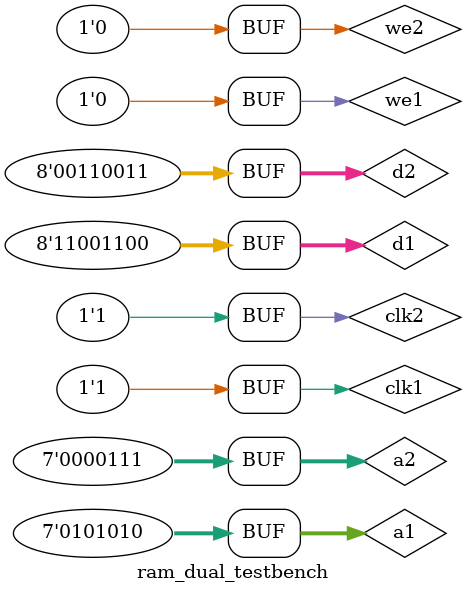
<source format=v>
module ram_dual_testbench;

  reg [7:0] d1, d2;
  reg [6:0] a1, a2;
  reg we1, we2, clk1, clk2;
  wire [7:0] q1, q2;

  ram_dual dut(q1, q2, d1, d2, a1, a2, we1, we2, clk1, clk2);

  initial begin
    // Test Operation #1 Write
    d1 = 8'b01010101;
	 d2 = 8'b10101010; 
    a1 = 7'b1111111;
	 a2 = 7'b0000000;
    we1 = 1;
	 we2 = 1;
    clk1 = 0;
	 clk2 = 0;
    #100;
    clk1 = 1;
	 clk2 = 1;
    #100;

    // Test Operation #1 Read
    we1 = 0;
	 we2 = 0;
    clk1 = 0;
	 clk2 = 0;
    #100;
    clk1 = 1;
	 clk2 = 1;
    #100;
    if (q1 === 8'b01010101) $display("Read Value d1 Correct");
    else $display("Read Value d1 Incorrect");
	 if (q2 === 8'b10101010) $display("Read Value d2 Correct");
    else $display("Read Value d2 Incorrect");
	 
	 // Test Operation #2 Write
    d1 = 8'b11001100;
    d2 = 8'b00110011;
    a1 = 7'b0101010;
    a2 = 7'b0000111;
    we1 = 1;
    we2 = 1;
    clk1 = 0;
    clk2 = 0;
    #100;
    clk1 = 1;
    clk2 = 1;
    #100;

    // Test Operation #2 Read
    we1 = 0;
    we2 = 0;
    clk1 = 0;
    clk2 = 0;
    #100;
    clk1 = 1;
    clk2 = 1;
    #100;
    if (q1 === 8'b11001100) $display("Read Value d1 Correct");
    else $display("Read Value d1 Incorrect");
    if (q2 === 8'b00110011) $display("Read Value d2 Correct");
    else $display("Read Value d2 Incorrect");

  end

endmodule

</source>
